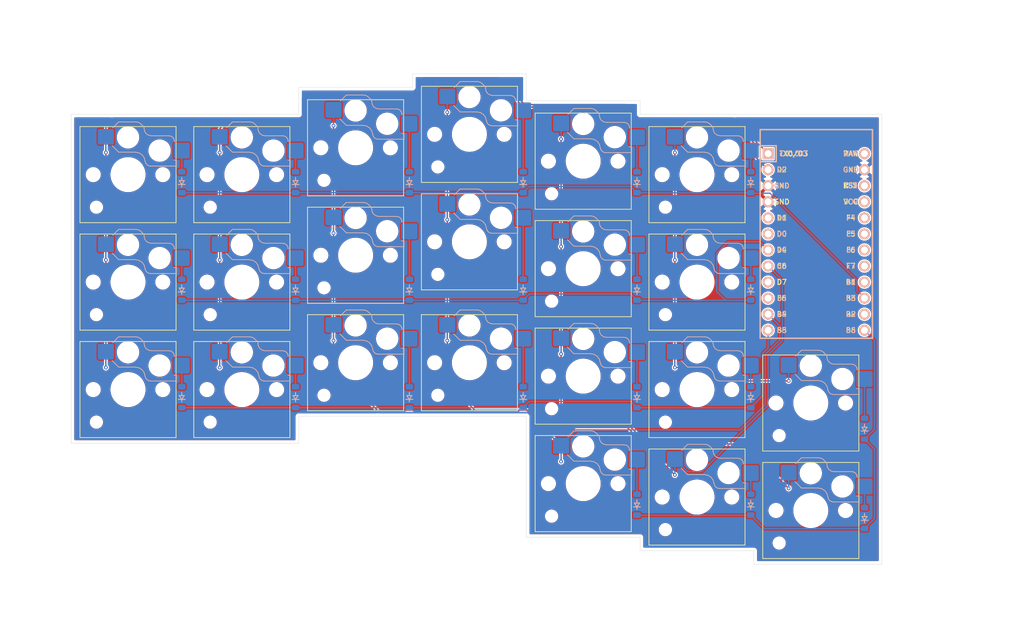
<source format=kicad_pcb>
(kicad_pcb (version 20240108) (generator "pcbnew") (generator_version "8.0")
  (layers (0 "F.Cu" signal) (31 "B.Cu" signal) (34 "B.Paste" user) (35 "F.Paste" user) (36 "B.SilkS" user "B.Silkscreen") (37 "F.SilkS" user "F.Silkscreen") (38 "B.Mask" user) (39 "F.Mask" user) (44 "Edge.Cuts" user))
  (net 0 "")
  (net 1 "Net-(D00-A)")
  (net 2 "R3")
  (net 3 "R2")
  (net 4 "Net-(D01-A)")
  (net 5 "Net-(D02-A)")
  (net 6 "R1")
  (net 7 "Net-(D23-A)")
  (net 8 "R0")
  (net 9 "Net-(D33-A)")
  (net 10 "Net-(D30-A)")
  (net 11 "Net-(D31-A)")
  (net 12 "Net-(D32-A)")
  (net 13 "Net-(D10-A)")
  (net 14 "Net-(D11-A)")
  (net 15 "Net-(D12-A)")
  (net 16 "Net-(D43-A)")
  (net 17 "Net-(D40-A)")
  (net 18 "Net-(D41-A)")
  (net 19 "Net-(D42-A)")
  (net 20 "Net-(D20-A)")
  (net 21 "Net-(D21-A)")
  (net 22 "Net-(D22-A)")
  (net 23 "C0")
  (net 24 "C1")
  (net 25 "C2")
  (net 26 "C3")
  (net 27 "C4")
  (net 28 "C5")
  (net 29 "R4")
  (net 30 "Net-(D50-A)")
  (net 31 "Net-(D51-A)")
  (net 32 "Net-(D52-A)")
  (net 33 "Net-(D53-A)")
  (net 40 "GND")
  (footprint "ScottoKeebs_Hotswap:Hotswap_Choc_V1V2_1.00u" (layer "F.Cu") (at 18 34)
    (property "Reference" "S12" (hide yes))
    (property "Value" "Keyswitch" (hide yes))
  )
  (footprint "ScottoKeebs_Hotswap:Hotswap_Choc_V1V2_1.00u" (layer "F.Cu") (at 54 29.75)
    (property "Reference" "S32" (hide yes))
    (property "Value" "Keyswitch" (hide yes))
  )
  (footprint "ScottoKeebs_Hotswap:Hotswap_Choc_V1V2_1.00u" (layer "F.Cu") (at 108 36.125)
    (property "Reference" "S53" (hide yes))
    (property "Value" "Keyswitch" (hide yes))
  )
  (footprint "ScottoKeebs_MCU:Arduino_Pro_Micro" (layer "F.Cu") (at 108.87 10.65)
    (property "Reference" "U1" (hide yes))
    (property "Value" "Nice_Nano_V2" (hide yes))
  )
  (footprint "ScottoKeebs_Hotswap:Hotswap_Choc_V1V2_1.00u" (layer "F.Cu") (at 36 -4.25)
    (property "Reference" "S20" (hide yes))
    (property "Value" "Keyswitch" (hide yes))
  )
  (footprint "ScottoKeebs_Hotswap:Hotswap_Choc_V1V2_1.00u" (layer "F.Cu") (at 36 12.75)
    (property "Reference" "S21" (hide yes))
    (property "Value" "Keyswitch" (hide yes))
  )
  (footprint "ScottoKeebs_Hotswap:Hotswap_Choc_V1V2_1.00u" (layer "F.Cu") (at 54 10.625)
    (property "Reference" "S31" (hide yes))
    (property "Value" "Keyswitch" (hide yes))
  )
  (footprint "ScottoKeebs_Hotswap:Hotswap_Choc_V1V2_1.00u" (layer "F.Cu") (at 0 0)
    (property "Reference" "S00" (hide yes))
    (property "Value" "Keyswitch" (hide yes))
  )
  (footprint "ScottoKeebs_Hotswap:Hotswap_Choc_V1V2_1.00u" (layer "F.Cu") (at 72 48.875)
    (property "Reference" "S23" (hide yes))
    (property "Value" "Keyswitch" (hide yes))
  )
  (footprint "ScottoKeebs_Hotswap:Hotswap_Choc_V1V2_1.00u" (layer "F.Cu") (at 72 14.875)
    (property "Reference" "S41" (hide yes))
    (property "Value" "Keyswitch")
  )
  (footprint "ScottoKeebs_Hotswap:Hotswap_Choc_V1V2_1.00u" (layer "F.Cu") (at 0 34)
    (property "Reference" "S02" (hide yes))
    (property "Value" "Keyswitch" (hide yes))
  )
  (footprint "ScottoKeebs_Hotswap:Hotswap_Choc_V1V2_1.00u" (layer "F.Cu") (at 90 34)
    (property "Reference" "S52" (hide yes))
    (property "Value" "Keyswitch" (hide yes))
  )
  (footprint "ScottoKeebs_Hotswap:Hotswap_Choc_V1V2_1.00u" (layer "F.Cu") (at 108 53.125)
    (property "Reference" "S43" (hide yes))
    (property "Value" "Keyswitch" (hide yes))
  )
  (footprint "ScottoKeebs_Hotswap:Hotswap_Choc_V1V2_1.00u" (layer "F.Cu") (at 0 17)
    (property "Reference" "S01" (hide yes))
    (property "Value" "Keyswitch" (hide yes))
  )
  (footprint "ScottoKeebs_Hotswap:Hotswap_Choc_V1V2_1.00u" (layer "F.Cu") (at 90 17)
    (property "Reference" "S51" (hide yes))
    (property "Value" "Keyswitch" (hide yes))
  )
  (footprint "ScottoKeebs_Hotswap:Hotswap_Choc_V1V2_1.00u" (layer "F.Cu") (at 90 51)
    (property "Reference" "S33" (hide yes))
    (property "Value" "Keyswitch" (hide yes))
  )
  (footprint "ScottoKeebs_Hotswap:Hotswap_Choc_V1V2_1.00u" (layer "F.Cu") (at 54 -6.375)
    (property "Reference" "S30" (hide yes))
    (property "Value" "Keyswitch" (hide yes))
  )
  (footprint "ScottoKeebs_Hotswap:Hotswap_Choc_V1V2_1.00u" (layer "F.Cu") (at 72 31.875)
    (property "Reference" "S42" (hide yes))
    (property "Value" "Keyswitch")
  )
  (footprint "ScottoKeebs_Hotswap:Hotswap_Choc_V1V2_1.00u" (layer "F.Cu") (at 90 0)
    (property "Reference" "S50" (hide yes))
    (property "Value" "Keyswitch" (hide yes))
  )
  (footprint "ScottoKeebs_Hotswap:Hotswap_Choc_V1V2_1.00u" (layer "F.Cu") (at 36 29.75)
    (property "Reference" "S22" (hide yes))
    (property "Value" "Keyswitch" (hide yes))
  )
  (footprint "ScottoKeebs_Hotswap:Hotswap_Choc_V1V2_1.00u" (layer "F.Cu") (at 72 -2.125)
    (property "Reference" "S40" (hide yes))
    (property "Value" "Keyswitch")
  )
  (footprint "ScottoKeebs_Hotswap:Hotswap_Choc_V1V2_1.00u" (layer "F.Cu") (at 18 17)
    (property "Reference" "S11" (hide yes))
    (property "Value" "Keyswitch" (hide yes))
  )
  (footprint "ScottoKeebs_Hotswap:Hotswap_Choc_V1V2_1.00u" (layer "F.Cu") (at 18 0)
    (property "Reference" "S10" (hide yes))
    (property "Value" "Keyswitch" (hide yes))
  )
  (footprint "ScottoKeebs_Components:Diode_SOD-123" (layer "B.Cu") (at 62.5 35.2 90)
    (property "Reference" "D32" (hide yes))
    (property "Value" "Diode")
  )
  (footprint "ScottoKeebs_Components:Diode_SOD-123" (layer "B.Cu") (at 98.5 1.2 90)
    (property "Reference" "D50" (hide yes))
    (property "Value" "Diode")
  )
  (footprint "ScottoKeebs_Components:Diode_SOD-123" (layer "B.Cu") (at 62.5 18.2 90)
    (property "Reference" "D31" (hide yes))
    (property "Value" "Diode")
  )
  (footprint "ScottoKeebs_Components:Diode_SOD-123" (layer "B.Cu") (at 80.5 1.2 90)
    (property "Reference" "D40" (hide yes))
    (property "Value" "Diode")
  )
  (footprint "ScottoKeebs_Components:Diode_SOD-123" (layer "B.Cu") (at 116.5 40.2 90)
    (property "Reference" "D53" (hide yes))
    (property "Value" "Diode")
  )
  (footprint "ScottoKeebs_Components:Diode_SOD-123" (layer "B.Cu") (at 98.5 35.2 90)
    (property "Reference" "D52" (hide yes))
    (property "Value" "Diode")
  )
  (footprint "ScottoKeebs_Components:Diode_SOD-123" (layer "B.Cu") (at 26.5 1.2 90)
    (property "Reference" "D10" (hide yes))
    (property "Value" "Diode")
  )
  (footprint "ScottoKeebs_Components:Diode_SOD-123" (layer "B.Cu") (at 98.5 52.2 90)
    (property "Reference" "D33" (hide yes))
    (property "Value" "Diode")
  )
  (footprint "ScottoKeebs_Components:Diode_SOD-123" (layer "B.Cu") (at 8.5 1.2 90)
    (property "Reference" "D00" (hide yes))
    (property "Value" "Diode")
  )
  (footprint "ScottoKeebs_Components:Diode_SOD-123" (layer "B.Cu") (at 62.5 1.2 90)
    (property "Reference" "D30" (hide yes))
    (property "Value" "Diode")
  )
  (footprint "ScottoKeebs_Components:Diode_SOD-123" (layer "B.Cu") (at 80.5 35.2 90)
    (property "Reference" "D42" (hide yes))
    (property "Value" "Diode")
  )
  (footprint "ScottoKeebs_Components:Diode_SOD-123" (layer "B.Cu") (at 44.5 1.2 90)
    (property "Reference" "D20" (hide yes))
    (property "Value" "Diode")
  )
  (footprint "ScottoKeebs_Components:Diode_SOD-123" (layer "B.Cu") (at 44.5 35.2 90)
    (property "Reference" "D22" (hide yes))
    (property "Value" "Diode")
  )
  (footprint "ScottoKeebs_Components:Diode_SOD-123" (layer "B.Cu") (at 98.5 18.2 90)
    (property "Reference" "D51" (hide yes))
    (property "Value" "Diode")
  )
  (footprint "ScottoKeebs_Components:Diode_SOD-123" (layer "B.Cu") (at 80.5 52.2 90)
    (property "Reference" "D23" (hide yes))
    (property "Value" "Diode")
  )
  (footprint "ScottoKeebs_Components:Diode_SOD-123" (layer "B.Cu") (at 8.5 18.2 90)
    (property "Reference" "D01" (hide yes))
    (property "Value" "Diode")
  )
  (footprint "ScottoKeebs_Components:Diode_SOD-123" (layer "B.Cu") (at 44.5 18.2 90)
    (property "Reference" "D21" (hide yes))
    (property "Value" "Diode")
  )
  (footprint "ScottoKeebs_Components:Diode_SOD-123" (layer "B.Cu") (at 26.5 35.2 90)
    (property "Reference" "D12" (hide yes))
    (property "Value" "Diode")
  )
  (footprint "ScottoKeebs_Components:Diode_SOD-123" (layer "B.Cu") (at 26.5 18.2 90)
    (property "Reference" "D11" (hide yes))
    (property "Value" "Diode")
  )
  (footprint "ScottoKeebs_Components:Diode_SOD-123" (layer "B.Cu") (at 8.5 35.2 90)
    (property "Reference" "D02" (hide yes))
    (property "Value" "Diode")
  )
  (footprint "ScottoKeebs_Components:Diode_SOD-123" (layer "B.Cu") (at 80.5 18.2 90)
    (property "Reference" "D41" (hide yes))
    (property "Value" "Diode")
  )
  (footprint "ScottoKeebs_Components:Diode_SOD-123" (layer "B.Cu") (at 116.5 54.325 90)
    (property "Reference" "D43" (hide yes))
    (property "Value" "Diode")
  )
  (gr_line (start 45 -15.9375) (end 45 -13.8125) (stroke (width 0.05)) (layer "Edge.Cuts"))
  (gr_line (start 81 -11.6875) (end 63 -11.6875) (stroke (width 0.05)) (layer "Edge.Cuts"))
  (gr_line (start 119.25 -9.5625) (end 81 -9.5625) (stroke (width 0.05)) (layer "Edge.Cuts"))
  (gr_line (start 119.25 61.625) (end 119.25 -9.5625) (stroke (width 0.05)) (layer "Edge.Cuts"))
  (gr_line (start 99 61.625) (end 119.25 61.625) (stroke (width 0.05)) (layer "Edge.Cuts"))
  (gr_line (start 81 59.5) (end 99 59.5) (stroke (width 0.05)) (layer "Edge.Cuts"))
  (gr_line (start 27 42.5) (end 27 38.25) (stroke (width 0.05)) (layer "Edge.Cuts"))
  (gr_line (start 63 57.375) (end 81 57.375) (stroke (width 0.05)) (layer "Edge.Cuts"))
  (gr_line (start 63 38.25) (end 63 57.375) (stroke (width 0.05)) (layer "Edge.Cuts"))
  (gr_line (start 27 -13.8125) (end 27 -9.5625) (stroke (width 0.05)) (layer "Edge.Cuts"))
  (gr_line (start 63 -11.6875) (end 63 -15.9375) (stroke (width 0.05)) (layer "Edge.Cuts"))
  (gr_line (start 45 -13.8125) (end 27 -13.8125) (stroke (width 0.05)) (layer "Edge.Cuts"))
  (gr_line (start 63 -15.9375) (end 45 -15.9375) (stroke (width 0.05)) (layer "Edge.Cuts"))
  (gr_line (start -9 -9.5625) (end -9 42.5) (stroke (width 0.05)) (layer "Edge.Cuts"))
  (gr_line (start 27 -9.5625) (end -9 -9.5625) (stroke (width 0.05)) (layer "Edge.Cuts"))
  (gr_line (start 81 57.375) (end 81 59.5) (stroke (width 0.05)) (layer "Edge.Cuts"))
  (gr_line (start 27 38.25) (end 63 38.25) (stroke (width 0.05)) (layer "Edge.Cuts"))
  (gr_line (start -9 42.5) (end 27 42.5) (stroke (width 0.05)) (layer "Edge.Cuts"))
  (gr_line (start 81 -9.5625) (end 81 -11.6875) (stroke (width 0.05)) (layer "Edge.Cuts"))
  (gr_line (start 99 59.5) (end 99 61.625) (stroke (width 0.05)) (layer "Edge.Cuts"))
  (segment (start 8.5 -3.8) (end 8.5 -0.45) (width 0.2) (layer "B.Cu") (net 1))
  (segment (start 118.075 26.205) (end 116.49 24.62) (width 0.2) (layer "B.Cu") (net 2))
  (segment (start 98.475 53.875) (end 98.5 53.85) (width 0.2) (layer "B.Cu") (net 2))
  (segment (start 116.475 56) (end 116.5 55.975) (width 0.2) (layer "B.Cu") (net 2))
  (segment (start 118.075 43.425) (end 118.075 54.4) (width 0.2) (layer "B.Cu") (net 2))
  (segment (start 80.5 53.85) (end 80.525 53.875) (width 0.2) (layer "B.Cu") (net 2))
  (segment (start 118.075 54.4) (end 116.5 55.975) (width 0.2) (layer "B.Cu") (net 2))
  (segment (start 116.5 41.85) (end 118.075 43.425) (width 0.2) (layer "B.Cu") (net 2))
  (segment (start 80.525 53.875) (end 98.475 53.875) (width 0.2) (layer "B.Cu") (net 2))
  (segment (start 116.5 41.85) (end 118.075 40.275) (width 0.2) (layer "B.Cu") (net 2))
  (segment (start 118.075 40.275) (end 118.075 26.205) (width 0.2) (layer "B.Cu") (net 2))
  (segment (start 98.5 53.85) (end 100.65 56) (width 0.2) (layer "B.Cu") (net 2))
  (segment (start 100.65 56) (end 116.475 56) (width 0.2) (layer "B.Cu") (net 2))
  (segment (start 80.5 36.85) (end 80.525 36.875) (width 0.2) (layer "B.Cu") (net 3))
  (segment (start 63.475 35.875) (end 79.525 35.875) (width 0.2) (layer "B.Cu") (net 3))
  (segment (start 8.5 36.85) (end 8.525 36.875) (width 0.2) (layer "B.Cu") (net 3))
  (segment (start 62.475 36.875) (end 63.475 35.875) (width 0.2) (layer "B.Cu") (net 3))
  (segment (start 100.4 34.95) (end 100.4 28.252168) (width 0.2) (layer "B.Cu") (net 3))
  (segment (start 80.525 36.875) (end 98.475 36.875) (width 0.2) (layer "B.Cu") (net 3))
  (segment (start 101.25 27.402168) (end 101.25 24.62) (width 0.2) (layer "B.Cu") (net 3))
  (segment (start 26.475 36.875) (end 26.5 36.85) (width 0.2) (layer "B.Cu") (net 3))
  (segment (start 8.525 36.875) (end 62.475 36.875) (width 0.2) (layer "B.Cu") (net 3))
  (segment (start 79.525 35.875) (end 80.5 36.85) (width 0.2) (layer "B.Cu") (net 3))
  (segment (start 100.4 28.252168) (end 101.25 27.402168) (width 0.2) (layer "B.Cu") (net 3))
  (segment (start 62.475 36.875) (end 62.5 36.85) (width 0.2) (layer "B.Cu") (net 3))
  (segment (start 8.525 36.875) (end 26.475 36.875) (width 0.2) (layer "B.Cu") (net 3))
  (segment (start 98.5 36.85) (end 100.4 34.95) (width 0.2) (layer "B.Cu") (net 3))
  (segment (start 44.475 36.875) (end 44.5 36.85) (width 0.2) (layer "B.Cu") (net 3))
  (segment (start 98.475 36.875) (end 98.5 36.85) (width 0.2) (layer "B.Cu") (net 3))
  (segment (start 8.525 36.875) (end 44.475 36.875) (width 0.2) (layer "B.Cu") (net 3))
  (segment (start 8.5 13.2) (end 8.5 16.55) (width 0.2) (layer "B.Cu") (net 4))
  (segment (start 8.5 30.2) (end 8.5 33.55) (width 0.2) (layer "B.Cu") (net 5))
  (segment (start 94.5 19.875) (end 93.125 18.5) (width 0.2) (layer "B.Cu") (net 6))
  (segment (start 93.125 12.42335) (end 94.92335 10.625) (width 0.2) (layer "B.Cu") (net 6))
  (segment (start 94.5 19.875) (end 98.475 19.875) (width 0.2) (layer "B.Cu") (net 6))
  (segment (start 8.5 19.85) (end 8.525 19.875) (width 0.2) (layer "B.Cu") (net 6))
  (segment (start 8.525 19.875) (end 44.475 19.875) (width 0.2) (layer "B.Cu") (net 6))
  (segment (start 94.92335 10.625) (end 99.955 10.625) (width 0.2) (layer "B.Cu") (net 6))
  (segment (start 98.475 19.875) (end 98.5 19.85) (width 0.2) (layer "B.Cu") (net 6))
  (segment (start 62.475 19.875) (end 62.5 19.85) (width 0.2) (layer "B.Cu") (net 6))
  (segment (start 93.125 18.5) (end 93.125 12.42335) (width 0.2) (layer "B.Cu") (net 6))
  (segment (start 26.475 19.875) (end 26.5 19.85) (width 0.2) (layer "B.Cu") (net 6))
  (segment (start 80.525 19.875) (end 94.5 19.875) (width 0.2) (layer "B.Cu") (net 6))
  (segment (start 99.955 10.625) (end 101.25 11.92) (width 0.2) (layer "B.Cu") (net 6))
  (segment (start 44.475 19.875) (end 44.5 19.85) (width 0.2) (layer "B.Cu") (net 6))
  (segment (start 80.5 19.85) (end 80.525 19.875) (width 0.2) (layer "B.Cu") (net 6))
  (segment (start 8.525 19.875) (end 62.475 19.875) (width 0.2) (layer "B.Cu") (net 6))
  (segment (start 62.5 19.85) (end 63.475 18.875) (width 0.2) (layer "B.Cu") (net 6))
  (segment (start 79.525 18.875) (end 80.5 19.85) (width 0.2) (layer "B.Cu") (net 6))
  (segment (start 8.525 19.875) (end 26.475 19.875) (width 0.2) (layer "B.Cu") (net 6))
  (segment (start 63.475 18.875) (end 79.525 18.875) (width 0.2) (layer "B.Cu") (net 6))
  (segment (start 80.5 45.075) (end 80.5 50.55) (width 0.2) (layer "B.Cu") (net 7))
  (segment (start 98.5 2.85) (end 98.475 2.875) (width 0.2) (layer "B.Cu") (net 8))
  (segment (start 115.3137 16.70016) (end 115.3137 18.3637) (width 0.2) (layer "B.Cu") (net 8))
  (segment (start 44.5 2.85) (end 62.5 2.85) (width 0.2) (layer "B.Cu") (net 8))
  (segment (start 101.54984 2.9363) (end 115.3137 16.70016) (width 0.2) (layer "B.Cu") (net 8))
  (segment (start 26.475 2.875) (end 26.5 2.85) (width 0.2) (layer "B.Cu") (net 8))
  (segment (start 63.475 1.875) (end 79.525 1.875) (width 0.2) (layer "B.Cu") (net 8))
  (segment (start 115.3137 18.3637) (end 116.49 19.54) (width 0.2) (layer "B.Cu") (net 8))
  (segment (start 98.5863 2.9363) (end 101.54984 2.9363) (width 0.2) (layer "B.Cu") (net 8))
  (segment (start 26.5 2.85) (end 44.5 2.85) (width 0.2) (layer "B.Cu") (net 8))
  (segment (start 8.525 2.875) (end 26.475 2.875) (width 0.2) (layer "B.Cu") (net 8))
  (segment (start 98.5 2.85) (end 98.5863 2.9363) (width 0.2) (layer "B.Cu") (net 8))
  (segment (start 98.475 2.875) (end 80.525 2.875) (width 0.2) (layer "B.Cu") (net 8))
  (segment (start 62.5 2.85) (end 63.475 1.875) (width 0.2) (layer "B.Cu") (net 8))
  (segment (start 80.525 2.875) (end 80.5 2.85) (width 0.2) (layer "B.Cu") (net 8))
  (segment (start 8.5 2.85) (end 8.525 2.875) (width 0.2) (layer "B.Cu") (net 8))
  (segment (start 79.525 1.875) (end 80.5 2.85) (width 0.2) (layer "B.Cu") (net 8))
  (segment (start 98.5 47.2) (end 98.5 50.55) (width 0.2) (layer "B.Cu") (net 9))
  (segment (start 62.5 -10.175) (end 62.5 -0.45) (width 0.2) (layer "B.Cu") (net 10))
  (segment (start 62.5 6.825) (end 62.5 16.55) (width 0.2) (layer "B.Cu") (net 11))
  (segment (start 62.5 25.95) (end 62.5 33.55) (width 0.2) (layer "B.Cu") (net 12))
  (segment (start 26.5 -3.8) (end 26.5 -0.45) (width 0.2) (layer "B.Cu") (net 13))
  (segment (start 26.5 13.2) (end 26.5 16.55) (width 0.2) (layer "B.Cu") (net 14))
  (segment (start 26.5 30.2) (end 26.5 33.55) (width 0.2) (layer "B.Cu") (net 15))
  (segment (start 116.5 49.325) (end 116.5 52.675) (width 0.2) (layer "B.Cu") (net 16))
  (segment (start 80.5 -5.925) (end 80.5 -0.45) (width 0.2) (layer "B.Cu") (net 17))
  (segment (start 80.5 11.075) (end 80.5 16.55) (width 0.2) (layer "B.Cu") (net 18))
  (segment (start 80.5 28.075) (end 80.5 33.55) (width 0.2) (layer "B.Cu") (net 19))
  (segment (start 44.5 -8.05) (end 44.5 -0.45) (width 0.2) (layer "B.Cu") (net 20))
  (segment (start 44.5 8.95) (end 44.5 16.55) (width 0.2) (layer "B.Cu") (net 21))
  (segment (start 44.5 25.95) (end 44.5 33.55) (width 0.2) (layer "B.Cu") (net 22))
  (segment (start 45.248528 -13.2125) (end 46.125 -14.088972) (width 0.2) (layer "F.Cu") (net 23))
  (segment (start 46.125 -14.088972) (end 46.125 -14.6875) (width 0.2) (layer "F.Cu") (net 23))
  (segment (start 95.6075 -8.9625) (end 101.25 -3.32) (width 0.2) (layer "F.Cu") (net 23))
  (segment (start 28.7125 -13.2125) (end 45.248528 -13.2125) (width 0.2) (layer "F.Cu") (net 23))
  (segment (start -3.5 -7.7125) (end -2.25 -8.9625) (width 0.2) (layer "F.Cu") (net 23))
  (segment (start 62.751472 -11.0875) (end 78.626472 -11.0875) (width 0.2) (layer "F.Cu") (net 23))
  (segment (start 58.501472 -15.3375) (end 62.751472 -11.0875) (width 0.2) (layer "F.Cu") (net 23))
  (segment (start 46.775 -15.3375) (end 58.501472 -15.3375) (width 0.2) (layer "F.Cu") (net 23))
  (segment (start -3.5 -3.5) (end -3.5 -7.7125) (width 0.2) (layer "F.Cu") (net 23))
  (segment (start -3.5 13.5) (end -3.5 30.5) (width 0.2) (layer "F.Cu") (net 23))
  (segment (start 27.6 -12.1) (end 28.7125 -13.2125) (width 0.2) (layer "F.Cu") (net 23))
  (segment (start 46.125 -14.6875) (end 46.775 -15.3375) (width 0.2) (layer "F.Cu") (net 23))
  (segment (start -2.25 -8.9625) (end 27.248528 -8.9625) (width 0.2) (layer "F.Cu") (net 23))
  (segment (start 27.248528 -8.9625) (end 27.6 -9.313972) (width 0.2) (layer "F.Cu") (net 23))
  (segment (start 27.6 -9.313972) (end 27.6 -12.1) (width 0.2) (layer "F.Cu") (net 23))
  (segment (start -3.5 -3.5) (end -3.5 13.5) (width 0.2) (layer "F.Cu") (net 23))
  (segment (start 78.626472 -11.0875) (end 80.751472 -8.9625) (width 0.2) (layer "F.Cu") (net 23))
  (segment (start 80.751472 -8.9625) (end 95.6075 -8.9625) (width 0.2) (layer "F.Cu") (net 23))
  (via (at -3.5 13.5) (size 0.6) (drill 0.3) (layers "F.Cu" "B.Cu") (net 23))
  (via (at -3.5 -3.5) (size 0.6) (drill 0.3) (layers "F.Cu" "B.Cu") (net 23))
  (via (at -3.5 30.5) (size 0.6) (drill 0.3) (layers "F.Cu" "B.Cu") (net 23))
  (segment (start -3.5 30.5) (end -3.5 28) (width 0.2) (layer "B.Cu") (net 23))
  (segment (start -3.5 13.5) (end -3.5 11) (width 0.2) (layer "B.Cu") (net 23))
  (segment (start -3.5 -6) (end -3.5 -3.5) (width 0.2) (layer "B.Cu") (net 23))
  (segment (start 46.525 -14.521814) (end 46.940686 -14.9375) (width 0.2) (layer "F.Cu") (net 24))
  (segment (start 28 -11.934314) (end 28.878186 -12.8125) (width 0.2) (layer "F.Cu") (net 24))
  (segment (start 95.441814 -8.5625) (end 99 -5.004314) (width 0.2) (layer "F.Cu") (net 24))
  (segment (start 62.585786 -10.6875) (end 78.460786 -10.6875) (width 0.2) (layer "F.Cu") (net 24))
  (segment (start 14.5 -7.25) (end 15.75 -8.5) (width 0.2) (layer "F.Cu") (net 24))
  (segment (start 45.414214 -12.8125) (end 46.525 -13.923286) (width 0.2) (layer "F.Cu") (net 24))
  (segment (start 14.5 13.5) (end 14.5 30.5) (width 0.2) (layer "F.Cu") (net 24))
  (segment (start 27.351714 -8.5) (end 28 -9.148286) (width 0.2) (layer "F.Cu") (net 24))
  (segment (start 46.940686 -14.9375) (end 58.335786 -14.9375) (width 0.2) (layer "F.Cu") (net 24))
  (segment (start 28 -9.148286) (end 28 -11.934314) (width 0.2) (layer "F.Cu") (net 24))
  (segment (start 46.525 -13.923286) (end 46.525 -14.521814) (width 0.2) (layer "F.Cu") (net 24))
  (segment (start 28.878186 -12.8125) (end 45.414214 -12.8125) (width 0.2) (layer "F.Cu") (net 24))
  (segment (start 14.5 -3.5) (end 14.5 -7.25) (width 0.2) (layer "F.Cu") (net 24))
  (segment (start 99 -3.03) (end 101.25 -0.78) (width 0.2) (layer "F.Cu") (net 24))
  (segment (start 14.5 -3.5) (end 14.5 13.5) (width 0.2) (layer "F.Cu") (net 24))
  (segment (start 80.585786 -8.5625) (end 95.441814 -8.5625) (width 0.2) (layer "F.Cu") (net 24))
  (segment (start 15.75 -8.5) (end 27.351714 -8.5) (width 0.2) (layer "F.Cu") (net 24))
  (segment (start 78.460786 -10.6875) (end 80.585786 -8.5625) (width 0.2) (layer "F.Cu") (net 24))
  (segment (start 99 -5.004314) (end 99 -3.03) (width 0.2) (layer "F.Cu") (net 24))
  (segment (start 58.335786 -14.9375) (end 62.585786 -10.6875) (width 0.2) (layer "F.Cu") (net 24))
  (via (at 14.5 13.5) (size 0.6) (drill 0.3) (layers "F.Cu" "B.Cu") (net 24))
  (via (at 14.5 30.5) (size 0.6) (drill 0.3) (layers "F.Cu" "B.Cu") (net 24))
  (via (at 14.5 -3.5) (size 0.6) (drill 0.3) (layers "F.Cu" "B.Cu") (net 24))
  (segment (start 14.5 -3.5) (end 14.5 -6) (width 0.2) (layer "B.Cu") (net 24))
  (segment (start 14.5 30.5) (end 14.5 28) (width 0.2) (layer "B.Cu") (net 24))
  (segment (start 14.5 13.5) (end 14.5 11) (width 0.2) (layer "B.Cu") (net 24))
  (segment (start 32.5 26.25) (end 32.5 30.315864) (width 0.2) (layer "F.Cu") (net 25))
  (segment (start 32.5 30.315864) (end 39.834136 37.65) (width 0.2) (layer "F.Cu") (net 25))
  (segment (start 63.25 37.65) (end 68.5 42.9) (width 0.2) (layer "F.Cu") (net 25))
  (segment (start 39.834136 37.65) (end 63.25 37.65) (width 0.2) (layer "F.Cu") (net 25))
  (segment (start 68.5 42.9) (end 68.5 45.375) (width 0.2) (layer "F.Cu") (net 25))
  (segment (start 32.5 -7.75) (end 32.5 9.25) (width 0.2) (layer "F.Cu") (net 25))
  (segment (start 32.5 26.25) (end 32.5 9.25) (width 0.2) (layer "F.Cu") (net 25))
  (via (at 32.5 -7.75) (size 0.6) (drill 0.3) (layers "F.Cu" "B.Cu") (net 25))
  (via (at 32.5 9.25) (size 0.6) (drill 0.3) (layers "F.Cu" "B.Cu") (net 25))
  (via (at 32.5 26.25) (size 0.6) (drill 0.3) (layers "F.Cu" "B.Cu") (net 25))
  (via (at 68.5 45.375) (size 0.6) (drill 0.3) (layers "F.Cu" "B.Cu") (net 25))
  (segment (start 32.5 6.75) (end 32.5 9.25) (width 0.2) (layer "B.Cu") (net 25))
  (segment (start 103.1 26.117854) (end 103.1 23.93) (width 0.2) (layer "B.Cu") (net 25))
  (segment (start 68.5 42.875) (end 68.5 45.375) (width 0.2) (layer "B.Cu") (net 25))
  (segment (start 103.1 23.93) (end 101.25 22.08) (width 0.2) (layer "B.Cu") (net 25))
  (segment (start 32.5 -10.25) (end 32.5 -7.75) (width 0.2) (layer "B.Cu") (net 25))
  (segment (start 32.5 23.75) (end 32.5 26.25) (width 0.2) (layer "B.Cu") (net 25))
  (segment (start 100.8 28.417854) (end 103.1 26.117854) (width 0.2) (layer "B.Cu") (net 25))
  (segment (start 68.5 42.875) (end 71 40.375) (width 0.2) (layer "B.Cu") (net 25))
  (segment (start 71 40.375) (end 96.810964 40.375) (width 0.2) (layer "B.Cu") (net 25))
  (segment (start 100.8 36.385964) (end 100.8 28.417854) (width 0.2) (layer "B.Cu") (net 25))
  (segment (start 96.810964 40.375) (end 100.8 36.385964) (width 0.2) (layer "B.Cu") (net 25))
  (segment (start 50.5 7.125) (end 50.5 26.25) (width 0.2) (layer "F.Cu") (net 26))
  (segment (start 50.5 32.9) (end 54.85 37.25) (width 0.2) (layer "F.Cu") (net 26))
  (segment (start 66.167157 39.967157) (end 66.2 40) (width 0.2) (layer "F.Cu") (net 26))
  (segment (start 66.2 40) (end 79 40) (width 0.2) (layer "F.Cu") (net 26))
  (segment (start 63.415686 37.25) (end 66.132843 39.967157) (width 0.2) (layer "F.Cu") (net 26))
  (segment (start 79 40) (end 86.5 47.5) (width 0.2) (layer "F.Cu") (net 26))
  (segment (start 50.5 -9.875) (end 50.5 7.125) (width 0.2) (layer "F.Cu") (net 26))
  (segment (start 50.5 26.25) (end 50.5 32.9) (width 0.2) (layer "F.Cu") (net 26))
  (segment (start 66.132843 39.967157) (end 66.167157 39.967157) (width 0.2) (layer "F.Cu") (net 26))
  (segment (start 54.85 37.25) (end 63.415686 37.25) (width 0.2) (layer "F.Cu") (net 26))
  (via (at 50.5 -9.875) (size 0.6) (drill 0.3) (layers "F.Cu" "B.Cu") (net 26))
  (via (at 50.5 7.125) (size 0.6) (drill 0.3) (layers "F.Cu" "B.Cu") (net 26))
  (via (at 50.5 26.25) (size 0.6) (drill 0.3) (layers "F.Cu" "B.Cu") (net 26))
  (via (at 86.5 47.5) (size 0.6) (drill 0.3) (layers "F.Cu" "B.Cu") (net 26))
  (segment (start 103.5 16.71) (end 101.25 14.46) (width 0.2) (layer "B.Cu") (net 26))
  (segment (start 103.5 26.28354) (end 103.5 16.71) (width 0.2) (layer "B.Cu") (net 26))
  (segment (start 50.5 -12.375) (end 50.5 -9.875) (width 0.2) (layer "B.Cu") (net 26))
  (segment (start 101.2 36.55165) (end 101.2 35.586522) (width 0.2) (layer "B.Cu") (net 26))
  (segment (start 50.5 4.625) (end 50.5 7.125) (width 0.2) (layer "B.Cu") (net 26))
  (segment (start 101.25 35.536522) (end 101.25 28.53354) (width 0.2) (layer "B.Cu") (net 26))
  (segment (start 88.475 46.975) (end 90.77665 46.975) (width 0.2) (layer "B.Cu") (net 26))
  (segment (start 86.5 45) (end 88.475 46.975) (width 0.2) (layer "B.Cu") (net 26))
  (segment (start 101.25 28.53354) (end 103.5 26.28354) (width 0.2) (layer "B.Cu") (net 26))
  (segment (start 90.77665 46.975) (end 101.2 36.55165) (width 0.2) (layer "B.Cu") (net 26))
  (segment (start 50.5 23.75) (end 50.5 26.25) (width 0.2) (layer "B.Cu") (net 26))
  (segment (start 86.5 45) (end 86.5 47.5) (width 0.2) (layer "B.Cu") (net 26))
  (segment (start 101.2 35.586522) (end 101.25 35.536522) (width 0.2) (layer "B.Cu") (net 26))
  (segment (start 70.8 39.6) (end 79.165686 39.6) (width 0.2) (layer "F.Cu") (net 27))
  (segment (start 97.475 42.6) (end 104.5 49.625) (width 0.2) (layer "F.Cu") (net 27))
  (segment (start 68.5 28.375) (end 68.5 37.3) (width 0.2) (layer "F.Cu") (net 27))
  (segment (start 68.5 -5.625) (end 68.5 11.375) (width 0.2) (layer "F.Cu") (net 27))
  (segment (start 82.165686 42.6) (end 97.475 42.6) (width 0.2) (layer "F.Cu") (net 27))
  (segment (start 79.165686 39.6) (end 82.165686 42.6) (width 0.2) (layer "F.Cu") (net 27))
  (segment (start 68.5 11.375) (end 68.5 28.375) (width 0.2) (layer "F.Cu") (net 27))
  (segment (start 68.5 37.3) (end 70.8 39.6) (width 0.2) (layer "F.Cu") (net 27))
  (via (at 104.5 49.625) (size 0.6) (drill 0.3) (layers "F.Cu" "B.Cu") (net 27))
  (via (at 68.5 11.375) (size 0.6) (drill 0.3) (layers "F.Cu" "B.Cu") (net 27))
  (via (at 68.5 28.375) (size 0.6) (drill 0.3) (layers "F.Cu" "B.Cu") (net 27))
  (via (at 68.5 -5.625) (size 0.6) (drill 0.3) (layers "F.Cu" "B.Cu") (net 27))
  (segment (start 68.5 -8.125) (end 68.5 -5.625) (width 0.2) (layer "B.Cu") (net 27))
  (segment (start 68.5 8.875) (end 68.5 11.375) (width 0.2) (layer "B.Cu") (net 27))
  (segment (start 104.5 47.125) (end 104.5 49.625) (width 0.2) (layer "B.Cu") (net 27))
  (segment (start 68.5 25.875) (end 68.5 28.375) (width 0.2) (layer "B.Cu") (net 27))
  (segment (start 86.5 13.5) (end 86.5 30.5) (width 0.2) (layer "F.Cu") (net 28))
  (segment (start 86.5 30.5) (end 92.64835 30.5) (width 0.2) (layer "F.Cu") (net 28))
  (segment (start 94.77335 32.625) (end 104.5 32.625) (width 0.2) (layer "F.Cu") (net 28))
  (segment (start 86.5 -3.5) (end 86.5 13.5) (width 0.2) (layer "F.Cu") (net 28))
  (segment (start 92.64835 30.5) (end 94.77335 32.625) (width 0.2) (layer "F.Cu") (net 28))
  (via (at 86.5 13.5) (size 0.6) (drill 0.3) (layers "F.Cu" "B.Cu") (net 28))
  (via (at 86.5 -3.5) (size 0.6) (drill 0.3) (layers "F.Cu" "B.Cu") (net 28))
  (via (at 104.5 32.625) (size 0.6) (drill 0.3) (layers "F.Cu" "B.Cu") (net 28))
  (via (at 86.5 30.5) (size 0.6) (drill 0.3) (layers "F.Cu" "B.Cu") (net 28))
  (segment (start 104.5 30.125) (end 104.5 32.625) (width 0.2) (layer "B.Cu") (net 28))
  (segment (start 86.5 11) (end 86.5 13.5) (width 0.2) (layer "B.Cu") (net 28))
  (segment (start 86.5 -6) (end 86.5 -3.5) (width 0.2) (layer "B.Cu") (net 28))
  (segment (start 86.5 28) (end 86.5 30.5) (width 0.2) (layer "B.Cu") (net 28))
  (segment (start 98.5 -3.8) (end 98.5 -0.45) (width 0.2) (layer "B.Cu") (net 30))
  (segment (start 98.5 13.2) (end 98.5 16.55) (width 0.2) (layer "B.Cu") (net 31))
  (segment (start 98.5 30.2) (end 98.5 33.55) (width 0.2) (layer "B.Cu") (net 32))
  (segment (start 116.5 32.325) (end 116.5 38.55) (width 0.2) (layer "B.Cu") (net 33))
  (zone (net 40) (net_name "GND") (layers "F&B.Cu") (connect_pads (clearance 0)) (min_thickness 0.25) (fill yes (thermal_gap 0.5) (thermal_bridge_width 0.5))
    (polygon (pts (xy -15.75 -18.0625) (xy -20.25 69.0625) (xy 141.75 70.125) (xy 130.5 -27.625)))
  )
)
</source>
